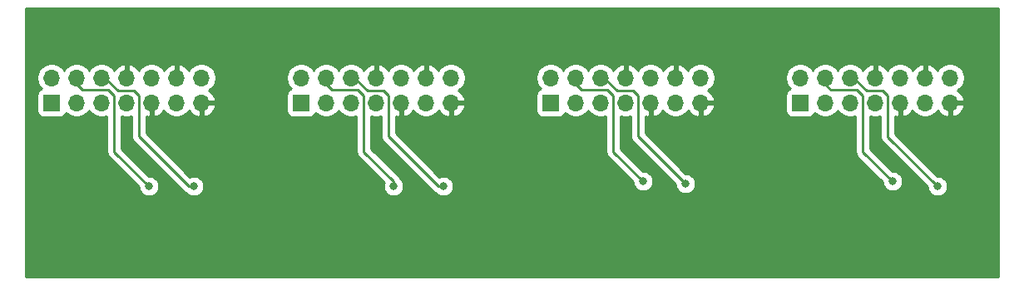
<source format=gbr>
G04 #@! TF.GenerationSoftware,KiCad,Pcbnew,(5.1.10)-1*
G04 #@! TF.CreationDate,2021-09-21T14:09:16-07:00*
G04 #@! TF.ProjectId,Adapter,41646170-7465-4722-9e6b-696361645f70,rev?*
G04 #@! TF.SameCoordinates,Original*
G04 #@! TF.FileFunction,Copper,L2,Bot*
G04 #@! TF.FilePolarity,Positive*
%FSLAX46Y46*%
G04 Gerber Fmt 4.6, Leading zero omitted, Abs format (unit mm)*
G04 Created by KiCad (PCBNEW (5.1.10)-1) date 2021-09-21 14:09:16*
%MOMM*%
%LPD*%
G01*
G04 APERTURE LIST*
G04 #@! TA.AperFunction,ComponentPad*
%ADD10R,1.700000X1.700000*%
G04 #@! TD*
G04 #@! TA.AperFunction,ComponentPad*
%ADD11O,1.700000X1.700000*%
G04 #@! TD*
G04 #@! TA.AperFunction,ViaPad*
%ADD12C,0.800000*%
G04 #@! TD*
G04 #@! TA.AperFunction,Conductor*
%ADD13C,0.250000*%
G04 #@! TD*
G04 #@! TA.AperFunction,Conductor*
%ADD14C,0.254000*%
G04 #@! TD*
G04 #@! TA.AperFunction,Conductor*
%ADD15C,0.100000*%
G04 #@! TD*
G04 APERTURE END LIST*
D10*
X137922000Y-74295000D03*
D11*
X137922000Y-71755000D03*
X140462000Y-74295000D03*
X140462000Y-71755000D03*
X143002000Y-74295000D03*
X143002000Y-71755000D03*
X145542000Y-74295000D03*
X145542000Y-71755000D03*
X148082000Y-74295000D03*
X148082000Y-71755000D03*
X150622000Y-74295000D03*
X150622000Y-71755000D03*
X153162000Y-74295000D03*
X153162000Y-71755000D03*
X76962000Y-71755000D03*
X76962000Y-74295000D03*
X74422000Y-71755000D03*
X74422000Y-74295000D03*
X71882000Y-71755000D03*
X71882000Y-74295000D03*
X69342000Y-71755000D03*
X69342000Y-74295000D03*
X66802000Y-71755000D03*
X66802000Y-74295000D03*
X64262000Y-71755000D03*
X64262000Y-74295000D03*
X61722000Y-71755000D03*
D10*
X61722000Y-74295000D03*
D11*
X102362000Y-71755000D03*
X102362000Y-74295000D03*
X99822000Y-71755000D03*
X99822000Y-74295000D03*
X97282000Y-71755000D03*
X97282000Y-74295000D03*
X94742000Y-71755000D03*
X94742000Y-74295000D03*
X92202000Y-71755000D03*
X92202000Y-74295000D03*
X89662000Y-71755000D03*
X89662000Y-74295000D03*
X87122000Y-71755000D03*
D10*
X87122000Y-74295000D03*
X112522000Y-74295000D03*
D11*
X112522000Y-71755000D03*
X115062000Y-74295000D03*
X115062000Y-71755000D03*
X117602000Y-74295000D03*
X117602000Y-71755000D03*
X120142000Y-74295000D03*
X120142000Y-71755000D03*
X122682000Y-74295000D03*
X122682000Y-71755000D03*
X125222000Y-74295000D03*
X125222000Y-71755000D03*
X127762000Y-74295000D03*
X127762000Y-71755000D03*
D12*
X148590000Y-68580000D03*
X123190000Y-68580000D03*
X97790000Y-68580000D03*
X72390000Y-68580000D03*
X66040000Y-69215000D03*
X101600000Y-82804000D03*
X126238000Y-82550000D03*
X151892000Y-82804000D03*
X76200000Y-82804000D03*
X121920000Y-82296000D03*
X147320000Y-82296000D03*
X71628000Y-82804000D03*
X96520000Y-82804000D03*
D13*
X93878435Y-73057138D02*
X92576297Y-71755000D01*
X95504000Y-73057138D02*
X93878435Y-73057138D01*
X101600000Y-82804000D02*
X101092000Y-82804000D01*
X101092000Y-82804000D02*
X96012000Y-77724000D01*
X96012000Y-77724000D02*
X96012000Y-73565138D01*
X96012000Y-73565138D02*
X95504000Y-73057138D01*
X119278435Y-73057138D02*
X120904000Y-73057138D01*
X121412000Y-77724000D02*
X126238000Y-82550000D01*
X120904000Y-73057138D02*
X121412000Y-73565138D01*
X117976297Y-71755000D02*
X119278435Y-73057138D01*
X121412000Y-73565138D02*
X121412000Y-77724000D01*
X146299854Y-73096226D02*
X144674289Y-73096226D01*
X146807854Y-73604226D02*
X146299854Y-73096226D01*
X146807854Y-77763088D02*
X146807854Y-73604226D01*
X151892000Y-82804000D02*
X151892000Y-82847234D01*
X144674289Y-73096226D02*
X143372151Y-71794088D01*
X151892000Y-82804000D02*
X151848766Y-82804000D01*
X151848766Y-82804000D02*
X146807854Y-77763088D01*
X67176297Y-71755000D02*
X66802000Y-71755000D01*
X68478435Y-73057138D02*
X67176297Y-71755000D01*
X70104000Y-73057138D02*
X68478435Y-73057138D01*
X70612000Y-77724000D02*
X70612000Y-73565138D01*
X70612000Y-73565138D02*
X70104000Y-73057138D01*
X76200000Y-82804000D02*
X75692000Y-82804000D01*
X75692000Y-82804000D02*
X70612000Y-77724000D01*
X121920000Y-82296000D02*
X118903583Y-79279583D01*
X115617804Y-72945804D02*
X115062000Y-72390000D01*
X118903583Y-79279583D02*
X118903583Y-73545460D01*
X118903583Y-73545460D02*
X118303927Y-72945804D01*
X118303927Y-72945804D02*
X115617804Y-72945804D01*
X141013658Y-72984892D02*
X140457854Y-72429088D01*
X143699781Y-72984892D02*
X141013658Y-72984892D01*
X147320000Y-82296000D02*
X147276766Y-82296000D01*
X147276766Y-82296000D02*
X144299437Y-79318671D01*
X144299437Y-79318671D02*
X144299437Y-73584548D01*
X144299437Y-73584548D02*
X143699781Y-72984892D01*
X64262000Y-72390000D02*
X64262000Y-71755000D01*
X64817804Y-72945804D02*
X64262000Y-72390000D01*
X71628000Y-82804000D02*
X68103583Y-79279583D01*
X67503927Y-72945804D02*
X64817804Y-72945804D01*
X68103583Y-79279583D02*
X68103583Y-73545460D01*
X68103583Y-73545460D02*
X67503927Y-72945804D01*
X90217804Y-72945804D02*
X89662000Y-72390000D01*
X92903927Y-72945804D02*
X90217804Y-72945804D01*
X96520000Y-82804000D02*
X96520000Y-82296000D01*
X96520000Y-82296000D02*
X93503583Y-79279583D01*
X93503583Y-73545460D02*
X92903927Y-72945804D01*
X93503583Y-79279583D02*
X93503583Y-73545460D01*
D14*
X158090000Y-91472418D02*
X158090001Y-91472428D01*
X158090001Y-92050000D01*
X59080000Y-92050000D01*
X59080000Y-73445000D01*
X60233928Y-73445000D01*
X60233928Y-75145000D01*
X60246188Y-75269482D01*
X60282498Y-75389180D01*
X60341463Y-75499494D01*
X60420815Y-75596185D01*
X60517506Y-75675537D01*
X60627820Y-75734502D01*
X60747518Y-75770812D01*
X60872000Y-75783072D01*
X62572000Y-75783072D01*
X62696482Y-75770812D01*
X62816180Y-75734502D01*
X62926494Y-75675537D01*
X63023185Y-75596185D01*
X63102537Y-75499494D01*
X63161502Y-75389180D01*
X63183513Y-75316620D01*
X63315368Y-75448475D01*
X63558589Y-75610990D01*
X63828842Y-75722932D01*
X64115740Y-75780000D01*
X64408260Y-75780000D01*
X64695158Y-75722932D01*
X64965411Y-75610990D01*
X65208632Y-75448475D01*
X65415475Y-75241632D01*
X65532000Y-75067240D01*
X65648525Y-75241632D01*
X65855368Y-75448475D01*
X66098589Y-75610990D01*
X66368842Y-75722932D01*
X66655740Y-75780000D01*
X66948260Y-75780000D01*
X67235158Y-75722932D01*
X67343584Y-75678021D01*
X67343583Y-79242260D01*
X67339907Y-79279583D01*
X67343583Y-79316905D01*
X67343583Y-79316915D01*
X67354580Y-79428568D01*
X67398037Y-79571829D01*
X67468609Y-79703859D01*
X67500687Y-79742946D01*
X67563582Y-79819584D01*
X67592586Y-79843387D01*
X70593000Y-82843802D01*
X70593000Y-82905939D01*
X70632774Y-83105898D01*
X70710795Y-83294256D01*
X70824063Y-83463774D01*
X70968226Y-83607937D01*
X71137744Y-83721205D01*
X71326102Y-83799226D01*
X71526061Y-83839000D01*
X71729939Y-83839000D01*
X71929898Y-83799226D01*
X72118256Y-83721205D01*
X72287774Y-83607937D01*
X72431937Y-83463774D01*
X72545205Y-83294256D01*
X72623226Y-83105898D01*
X72663000Y-82905939D01*
X72663000Y-82702061D01*
X72623226Y-82502102D01*
X72545205Y-82313744D01*
X72431937Y-82144226D01*
X72287774Y-82000063D01*
X72118256Y-81886795D01*
X71929898Y-81808774D01*
X71729939Y-81769000D01*
X71667802Y-81769000D01*
X68863583Y-78964782D01*
X68863583Y-75704185D01*
X68908842Y-75722932D01*
X69195740Y-75780000D01*
X69488260Y-75780000D01*
X69775158Y-75722932D01*
X69852000Y-75691103D01*
X69852000Y-77686677D01*
X69848324Y-77724000D01*
X69852000Y-77761322D01*
X69852000Y-77761332D01*
X69862997Y-77872985D01*
X69906454Y-78016246D01*
X69977026Y-78148276D01*
X70009104Y-78187363D01*
X70071999Y-78264001D01*
X70101003Y-78287804D01*
X75128201Y-83315003D01*
X75151999Y-83344001D01*
X75180997Y-83367799D01*
X75267723Y-83438974D01*
X75348608Y-83482208D01*
X75399753Y-83509546D01*
X75460158Y-83527869D01*
X75540226Y-83607937D01*
X75709744Y-83721205D01*
X75898102Y-83799226D01*
X76098061Y-83839000D01*
X76301939Y-83839000D01*
X76501898Y-83799226D01*
X76690256Y-83721205D01*
X76859774Y-83607937D01*
X77003937Y-83463774D01*
X77117205Y-83294256D01*
X77195226Y-83105898D01*
X77235000Y-82905939D01*
X77235000Y-82702061D01*
X77195226Y-82502102D01*
X77117205Y-82313744D01*
X77003937Y-82144226D01*
X76859774Y-82000063D01*
X76690256Y-81886795D01*
X76501898Y-81808774D01*
X76301939Y-81769000D01*
X76098061Y-81769000D01*
X75898102Y-81808774D01*
X75808635Y-81845833D01*
X71372000Y-77409199D01*
X71372000Y-75689014D01*
X71377901Y-75691825D01*
X71525110Y-75736476D01*
X71755000Y-75615155D01*
X71755000Y-74422000D01*
X71735000Y-74422000D01*
X71735000Y-74168000D01*
X71755000Y-74168000D01*
X71755000Y-74148000D01*
X72009000Y-74148000D01*
X72009000Y-74168000D01*
X72029000Y-74168000D01*
X72029000Y-74422000D01*
X72009000Y-74422000D01*
X72009000Y-75615155D01*
X72238890Y-75736476D01*
X72386099Y-75691825D01*
X72648920Y-75566641D01*
X72882269Y-75392588D01*
X73077178Y-75176355D01*
X73146805Y-75059466D01*
X73268525Y-75241632D01*
X73475368Y-75448475D01*
X73718589Y-75610990D01*
X73988842Y-75722932D01*
X74275740Y-75780000D01*
X74568260Y-75780000D01*
X74855158Y-75722932D01*
X75125411Y-75610990D01*
X75368632Y-75448475D01*
X75575475Y-75241632D01*
X75697195Y-75059466D01*
X75766822Y-75176355D01*
X75961731Y-75392588D01*
X76195080Y-75566641D01*
X76457901Y-75691825D01*
X76605110Y-75736476D01*
X76835000Y-75615155D01*
X76835000Y-74422000D01*
X77089000Y-74422000D01*
X77089000Y-75615155D01*
X77318890Y-75736476D01*
X77466099Y-75691825D01*
X77728920Y-75566641D01*
X77962269Y-75392588D01*
X78157178Y-75176355D01*
X78306157Y-74926252D01*
X78403481Y-74651891D01*
X78282814Y-74422000D01*
X77089000Y-74422000D01*
X76835000Y-74422000D01*
X76815000Y-74422000D01*
X76815000Y-74168000D01*
X76835000Y-74168000D01*
X76835000Y-74148000D01*
X77089000Y-74148000D01*
X77089000Y-74168000D01*
X78282814Y-74168000D01*
X78403481Y-73938109D01*
X78306157Y-73663748D01*
X78175856Y-73445000D01*
X85633928Y-73445000D01*
X85633928Y-75145000D01*
X85646188Y-75269482D01*
X85682498Y-75389180D01*
X85741463Y-75499494D01*
X85820815Y-75596185D01*
X85917506Y-75675537D01*
X86027820Y-75734502D01*
X86147518Y-75770812D01*
X86272000Y-75783072D01*
X87972000Y-75783072D01*
X88096482Y-75770812D01*
X88216180Y-75734502D01*
X88326494Y-75675537D01*
X88423185Y-75596185D01*
X88502537Y-75499494D01*
X88561502Y-75389180D01*
X88583513Y-75316620D01*
X88715368Y-75448475D01*
X88958589Y-75610990D01*
X89228842Y-75722932D01*
X89515740Y-75780000D01*
X89808260Y-75780000D01*
X90095158Y-75722932D01*
X90365411Y-75610990D01*
X90608632Y-75448475D01*
X90815475Y-75241632D01*
X90932000Y-75067240D01*
X91048525Y-75241632D01*
X91255368Y-75448475D01*
X91498589Y-75610990D01*
X91768842Y-75722932D01*
X92055740Y-75780000D01*
X92348260Y-75780000D01*
X92635158Y-75722932D01*
X92743584Y-75678021D01*
X92743583Y-79242260D01*
X92739907Y-79279583D01*
X92743583Y-79316905D01*
X92743583Y-79316915D01*
X92754580Y-79428568D01*
X92798037Y-79571829D01*
X92868609Y-79703859D01*
X92900687Y-79742946D01*
X92963582Y-79819584D01*
X92992586Y-79843387D01*
X95561833Y-82412635D01*
X95524774Y-82502102D01*
X95485000Y-82702061D01*
X95485000Y-82905939D01*
X95524774Y-83105898D01*
X95602795Y-83294256D01*
X95716063Y-83463774D01*
X95860226Y-83607937D01*
X96029744Y-83721205D01*
X96218102Y-83799226D01*
X96418061Y-83839000D01*
X96621939Y-83839000D01*
X96821898Y-83799226D01*
X97010256Y-83721205D01*
X97179774Y-83607937D01*
X97323937Y-83463774D01*
X97437205Y-83294256D01*
X97515226Y-83105898D01*
X97555000Y-82905939D01*
X97555000Y-82702061D01*
X97515226Y-82502102D01*
X97437205Y-82313744D01*
X97323937Y-82144226D01*
X97243869Y-82064158D01*
X97225546Y-82003753D01*
X97154974Y-81871724D01*
X97060001Y-81755999D01*
X97031003Y-81732201D01*
X94263583Y-78964782D01*
X94263583Y-75704185D01*
X94308842Y-75722932D01*
X94595740Y-75780000D01*
X94888260Y-75780000D01*
X95175158Y-75722932D01*
X95252000Y-75691103D01*
X95252000Y-77686677D01*
X95248324Y-77724000D01*
X95252000Y-77761322D01*
X95252000Y-77761332D01*
X95262997Y-77872985D01*
X95306454Y-78016246D01*
X95377026Y-78148276D01*
X95409104Y-78187363D01*
X95471999Y-78264001D01*
X95501003Y-78287804D01*
X100528201Y-83315003D01*
X100551999Y-83344001D01*
X100580997Y-83367799D01*
X100667723Y-83438974D01*
X100748608Y-83482208D01*
X100799753Y-83509546D01*
X100860158Y-83527869D01*
X100940226Y-83607937D01*
X101109744Y-83721205D01*
X101298102Y-83799226D01*
X101498061Y-83839000D01*
X101701939Y-83839000D01*
X101901898Y-83799226D01*
X102090256Y-83721205D01*
X102259774Y-83607937D01*
X102403937Y-83463774D01*
X102517205Y-83294256D01*
X102595226Y-83105898D01*
X102635000Y-82905939D01*
X102635000Y-82702061D01*
X102595226Y-82502102D01*
X102517205Y-82313744D01*
X102403937Y-82144226D01*
X102259774Y-82000063D01*
X102090256Y-81886795D01*
X101901898Y-81808774D01*
X101701939Y-81769000D01*
X101498061Y-81769000D01*
X101298102Y-81808774D01*
X101208635Y-81845833D01*
X96772000Y-77409199D01*
X96772000Y-75689014D01*
X96777901Y-75691825D01*
X96925110Y-75736476D01*
X97155000Y-75615155D01*
X97155000Y-74422000D01*
X97135000Y-74422000D01*
X97135000Y-74168000D01*
X97155000Y-74168000D01*
X97155000Y-74148000D01*
X97409000Y-74148000D01*
X97409000Y-74168000D01*
X97429000Y-74168000D01*
X97429000Y-74422000D01*
X97409000Y-74422000D01*
X97409000Y-75615155D01*
X97638890Y-75736476D01*
X97786099Y-75691825D01*
X98048920Y-75566641D01*
X98282269Y-75392588D01*
X98477178Y-75176355D01*
X98546805Y-75059466D01*
X98668525Y-75241632D01*
X98875368Y-75448475D01*
X99118589Y-75610990D01*
X99388842Y-75722932D01*
X99675740Y-75780000D01*
X99968260Y-75780000D01*
X100255158Y-75722932D01*
X100525411Y-75610990D01*
X100768632Y-75448475D01*
X100975475Y-75241632D01*
X101097195Y-75059466D01*
X101166822Y-75176355D01*
X101361731Y-75392588D01*
X101595080Y-75566641D01*
X101857901Y-75691825D01*
X102005110Y-75736476D01*
X102235000Y-75615155D01*
X102235000Y-74422000D01*
X102489000Y-74422000D01*
X102489000Y-75615155D01*
X102718890Y-75736476D01*
X102866099Y-75691825D01*
X103128920Y-75566641D01*
X103362269Y-75392588D01*
X103557178Y-75176355D01*
X103706157Y-74926252D01*
X103803481Y-74651891D01*
X103682814Y-74422000D01*
X102489000Y-74422000D01*
X102235000Y-74422000D01*
X102215000Y-74422000D01*
X102215000Y-74168000D01*
X102235000Y-74168000D01*
X102235000Y-74148000D01*
X102489000Y-74148000D01*
X102489000Y-74168000D01*
X103682814Y-74168000D01*
X103803481Y-73938109D01*
X103706157Y-73663748D01*
X103575856Y-73445000D01*
X111033928Y-73445000D01*
X111033928Y-75145000D01*
X111046188Y-75269482D01*
X111082498Y-75389180D01*
X111141463Y-75499494D01*
X111220815Y-75596185D01*
X111317506Y-75675537D01*
X111427820Y-75734502D01*
X111547518Y-75770812D01*
X111672000Y-75783072D01*
X113372000Y-75783072D01*
X113496482Y-75770812D01*
X113616180Y-75734502D01*
X113726494Y-75675537D01*
X113823185Y-75596185D01*
X113902537Y-75499494D01*
X113961502Y-75389180D01*
X113983513Y-75316620D01*
X114115368Y-75448475D01*
X114358589Y-75610990D01*
X114628842Y-75722932D01*
X114915740Y-75780000D01*
X115208260Y-75780000D01*
X115495158Y-75722932D01*
X115765411Y-75610990D01*
X116008632Y-75448475D01*
X116215475Y-75241632D01*
X116332000Y-75067240D01*
X116448525Y-75241632D01*
X116655368Y-75448475D01*
X116898589Y-75610990D01*
X117168842Y-75722932D01*
X117455740Y-75780000D01*
X117748260Y-75780000D01*
X118035158Y-75722932D01*
X118143584Y-75678021D01*
X118143583Y-79242260D01*
X118139907Y-79279583D01*
X118143583Y-79316905D01*
X118143583Y-79316915D01*
X118154580Y-79428568D01*
X118198037Y-79571829D01*
X118268609Y-79703859D01*
X118300687Y-79742946D01*
X118363582Y-79819584D01*
X118392586Y-79843387D01*
X120885000Y-82335802D01*
X120885000Y-82397939D01*
X120924774Y-82597898D01*
X121002795Y-82786256D01*
X121116063Y-82955774D01*
X121260226Y-83099937D01*
X121429744Y-83213205D01*
X121618102Y-83291226D01*
X121818061Y-83331000D01*
X122021939Y-83331000D01*
X122221898Y-83291226D01*
X122410256Y-83213205D01*
X122579774Y-83099937D01*
X122723937Y-82955774D01*
X122837205Y-82786256D01*
X122915226Y-82597898D01*
X122955000Y-82397939D01*
X122955000Y-82194061D01*
X122915226Y-81994102D01*
X122837205Y-81805744D01*
X122723937Y-81636226D01*
X122579774Y-81492063D01*
X122410256Y-81378795D01*
X122221898Y-81300774D01*
X122021939Y-81261000D01*
X121959802Y-81261000D01*
X119663583Y-78964782D01*
X119663583Y-75704185D01*
X119708842Y-75722932D01*
X119995740Y-75780000D01*
X120288260Y-75780000D01*
X120575158Y-75722932D01*
X120652001Y-75691103D01*
X120652001Y-77686668D01*
X120648324Y-77724000D01*
X120662998Y-77872985D01*
X120706454Y-78016246D01*
X120777026Y-78148276D01*
X120848201Y-78235002D01*
X120872000Y-78264001D01*
X120900998Y-78287799D01*
X125203000Y-82589802D01*
X125203000Y-82651939D01*
X125242774Y-82851898D01*
X125320795Y-83040256D01*
X125434063Y-83209774D01*
X125578226Y-83353937D01*
X125747744Y-83467205D01*
X125936102Y-83545226D01*
X126136061Y-83585000D01*
X126339939Y-83585000D01*
X126539898Y-83545226D01*
X126728256Y-83467205D01*
X126897774Y-83353937D01*
X127041937Y-83209774D01*
X127155205Y-83040256D01*
X127233226Y-82851898D01*
X127273000Y-82651939D01*
X127273000Y-82448061D01*
X127233226Y-82248102D01*
X127155205Y-82059744D01*
X127041937Y-81890226D01*
X126897774Y-81746063D01*
X126728256Y-81632795D01*
X126539898Y-81554774D01*
X126339939Y-81515000D01*
X126277802Y-81515000D01*
X122172000Y-77409199D01*
X122172000Y-75689014D01*
X122177901Y-75691825D01*
X122325110Y-75736476D01*
X122555000Y-75615155D01*
X122555000Y-74422000D01*
X122535000Y-74422000D01*
X122535000Y-74168000D01*
X122555000Y-74168000D01*
X122555000Y-74148000D01*
X122809000Y-74148000D01*
X122809000Y-74168000D01*
X122829000Y-74168000D01*
X122829000Y-74422000D01*
X122809000Y-74422000D01*
X122809000Y-75615155D01*
X123038890Y-75736476D01*
X123186099Y-75691825D01*
X123448920Y-75566641D01*
X123682269Y-75392588D01*
X123877178Y-75176355D01*
X123946805Y-75059466D01*
X124068525Y-75241632D01*
X124275368Y-75448475D01*
X124518589Y-75610990D01*
X124788842Y-75722932D01*
X125075740Y-75780000D01*
X125368260Y-75780000D01*
X125655158Y-75722932D01*
X125925411Y-75610990D01*
X126168632Y-75448475D01*
X126375475Y-75241632D01*
X126497195Y-75059466D01*
X126566822Y-75176355D01*
X126761731Y-75392588D01*
X126995080Y-75566641D01*
X127257901Y-75691825D01*
X127405110Y-75736476D01*
X127635000Y-75615155D01*
X127635000Y-74422000D01*
X127889000Y-74422000D01*
X127889000Y-75615155D01*
X128118890Y-75736476D01*
X128266099Y-75691825D01*
X128528920Y-75566641D01*
X128762269Y-75392588D01*
X128957178Y-75176355D01*
X129106157Y-74926252D01*
X129203481Y-74651891D01*
X129082814Y-74422000D01*
X127889000Y-74422000D01*
X127635000Y-74422000D01*
X127615000Y-74422000D01*
X127615000Y-74168000D01*
X127635000Y-74168000D01*
X127635000Y-74148000D01*
X127889000Y-74148000D01*
X127889000Y-74168000D01*
X129082814Y-74168000D01*
X129203481Y-73938109D01*
X129106157Y-73663748D01*
X128975856Y-73445000D01*
X136433928Y-73445000D01*
X136433928Y-75145000D01*
X136446188Y-75269482D01*
X136482498Y-75389180D01*
X136541463Y-75499494D01*
X136620815Y-75596185D01*
X136717506Y-75675537D01*
X136827820Y-75734502D01*
X136947518Y-75770812D01*
X137072000Y-75783072D01*
X138772000Y-75783072D01*
X138896482Y-75770812D01*
X139016180Y-75734502D01*
X139126494Y-75675537D01*
X139223185Y-75596185D01*
X139302537Y-75499494D01*
X139361502Y-75389180D01*
X139383513Y-75316620D01*
X139515368Y-75448475D01*
X139758589Y-75610990D01*
X140028842Y-75722932D01*
X140315740Y-75780000D01*
X140608260Y-75780000D01*
X140895158Y-75722932D01*
X141165411Y-75610990D01*
X141408632Y-75448475D01*
X141615475Y-75241632D01*
X141732000Y-75067240D01*
X141848525Y-75241632D01*
X142055368Y-75448475D01*
X142298589Y-75610990D01*
X142568842Y-75722932D01*
X142855740Y-75780000D01*
X143148260Y-75780000D01*
X143435158Y-75722932D01*
X143539438Y-75679738D01*
X143539437Y-79281348D01*
X143535761Y-79318671D01*
X143539437Y-79355993D01*
X143539437Y-79356003D01*
X143550434Y-79467656D01*
X143593891Y-79610917D01*
X143664463Y-79742947D01*
X143703559Y-79790585D01*
X143759436Y-79858672D01*
X143788440Y-79882475D01*
X146285000Y-82379036D01*
X146285000Y-82397939D01*
X146324774Y-82597898D01*
X146402795Y-82786256D01*
X146516063Y-82955774D01*
X146660226Y-83099937D01*
X146829744Y-83213205D01*
X147018102Y-83291226D01*
X147218061Y-83331000D01*
X147421939Y-83331000D01*
X147621898Y-83291226D01*
X147810256Y-83213205D01*
X147979774Y-83099937D01*
X148123937Y-82955774D01*
X148237205Y-82786256D01*
X148315226Y-82597898D01*
X148355000Y-82397939D01*
X148355000Y-82194061D01*
X148315226Y-81994102D01*
X148237205Y-81805744D01*
X148123937Y-81636226D01*
X147979774Y-81492063D01*
X147810256Y-81378795D01*
X147621898Y-81300774D01*
X147421939Y-81261000D01*
X147316568Y-81261000D01*
X145059437Y-79003870D01*
X145059437Y-75702468D01*
X145108842Y-75722932D01*
X145395740Y-75780000D01*
X145688260Y-75780000D01*
X145975158Y-75722932D01*
X146047854Y-75692820D01*
X146047854Y-77725765D01*
X146044178Y-77763088D01*
X146047854Y-77800410D01*
X146047854Y-77800420D01*
X146058851Y-77912073D01*
X146102308Y-78055334D01*
X146172880Y-78187364D01*
X146211976Y-78235002D01*
X146267853Y-78303089D01*
X146296857Y-78326892D01*
X150857000Y-82887036D01*
X150857000Y-82905939D01*
X150896774Y-83105898D01*
X150974795Y-83294256D01*
X151088063Y-83463774D01*
X151232226Y-83607937D01*
X151401744Y-83721205D01*
X151590102Y-83799226D01*
X151790061Y-83839000D01*
X151993939Y-83839000D01*
X152193898Y-83799226D01*
X152382256Y-83721205D01*
X152551774Y-83607937D01*
X152695937Y-83463774D01*
X152809205Y-83294256D01*
X152887226Y-83105898D01*
X152927000Y-82905939D01*
X152927000Y-82702061D01*
X152887226Y-82502102D01*
X152809205Y-82313744D01*
X152695937Y-82144226D01*
X152551774Y-82000063D01*
X152382256Y-81886795D01*
X152193898Y-81808774D01*
X151993939Y-81769000D01*
X151888568Y-81769000D01*
X147567854Y-77448287D01*
X147567854Y-75687040D01*
X147577901Y-75691825D01*
X147725110Y-75736476D01*
X147955000Y-75615155D01*
X147955000Y-74422000D01*
X147935000Y-74422000D01*
X147935000Y-74168000D01*
X147955000Y-74168000D01*
X147955000Y-74148000D01*
X148209000Y-74148000D01*
X148209000Y-74168000D01*
X148229000Y-74168000D01*
X148229000Y-74422000D01*
X148209000Y-74422000D01*
X148209000Y-75615155D01*
X148438890Y-75736476D01*
X148586099Y-75691825D01*
X148848920Y-75566641D01*
X149082269Y-75392588D01*
X149277178Y-75176355D01*
X149346805Y-75059466D01*
X149468525Y-75241632D01*
X149675368Y-75448475D01*
X149918589Y-75610990D01*
X150188842Y-75722932D01*
X150475740Y-75780000D01*
X150768260Y-75780000D01*
X151055158Y-75722932D01*
X151325411Y-75610990D01*
X151568632Y-75448475D01*
X151775475Y-75241632D01*
X151897195Y-75059466D01*
X151966822Y-75176355D01*
X152161731Y-75392588D01*
X152395080Y-75566641D01*
X152657901Y-75691825D01*
X152805110Y-75736476D01*
X153035000Y-75615155D01*
X153035000Y-74422000D01*
X153289000Y-74422000D01*
X153289000Y-75615155D01*
X153518890Y-75736476D01*
X153666099Y-75691825D01*
X153928920Y-75566641D01*
X154162269Y-75392588D01*
X154357178Y-75176355D01*
X154506157Y-74926252D01*
X154603481Y-74651891D01*
X154482814Y-74422000D01*
X153289000Y-74422000D01*
X153035000Y-74422000D01*
X153015000Y-74422000D01*
X153015000Y-74168000D01*
X153035000Y-74168000D01*
X153035000Y-74148000D01*
X153289000Y-74148000D01*
X153289000Y-74168000D01*
X154482814Y-74168000D01*
X154603481Y-73938109D01*
X154506157Y-73663748D01*
X154357178Y-73413645D01*
X154162269Y-73197412D01*
X153932594Y-73026100D01*
X154108632Y-72908475D01*
X154315475Y-72701632D01*
X154477990Y-72458411D01*
X154589932Y-72188158D01*
X154647000Y-71901260D01*
X154647000Y-71608740D01*
X154589932Y-71321842D01*
X154477990Y-71051589D01*
X154315475Y-70808368D01*
X154108632Y-70601525D01*
X153865411Y-70439010D01*
X153595158Y-70327068D01*
X153308260Y-70270000D01*
X153015740Y-70270000D01*
X152728842Y-70327068D01*
X152458589Y-70439010D01*
X152215368Y-70601525D01*
X152008525Y-70808368D01*
X151886805Y-70990534D01*
X151817178Y-70873645D01*
X151622269Y-70657412D01*
X151388920Y-70483359D01*
X151126099Y-70358175D01*
X150978890Y-70313524D01*
X150749000Y-70434845D01*
X150749000Y-71628000D01*
X150769000Y-71628000D01*
X150769000Y-71882000D01*
X150749000Y-71882000D01*
X150749000Y-71902000D01*
X150495000Y-71902000D01*
X150495000Y-71882000D01*
X150475000Y-71882000D01*
X150475000Y-71628000D01*
X150495000Y-71628000D01*
X150495000Y-70434845D01*
X150265110Y-70313524D01*
X150117901Y-70358175D01*
X149855080Y-70483359D01*
X149621731Y-70657412D01*
X149426822Y-70873645D01*
X149357195Y-70990534D01*
X149235475Y-70808368D01*
X149028632Y-70601525D01*
X148785411Y-70439010D01*
X148515158Y-70327068D01*
X148228260Y-70270000D01*
X147935740Y-70270000D01*
X147648842Y-70327068D01*
X147378589Y-70439010D01*
X147135368Y-70601525D01*
X146928525Y-70808368D01*
X146806805Y-70990534D01*
X146737178Y-70873645D01*
X146542269Y-70657412D01*
X146308920Y-70483359D01*
X146046099Y-70358175D01*
X145898890Y-70313524D01*
X145669000Y-70434845D01*
X145669000Y-71628000D01*
X145689000Y-71628000D01*
X145689000Y-71882000D01*
X145669000Y-71882000D01*
X145669000Y-71902000D01*
X145415000Y-71902000D01*
X145415000Y-71882000D01*
X145395000Y-71882000D01*
X145395000Y-71628000D01*
X145415000Y-71628000D01*
X145415000Y-70434845D01*
X145185110Y-70313524D01*
X145037901Y-70358175D01*
X144775080Y-70483359D01*
X144541731Y-70657412D01*
X144346822Y-70873645D01*
X144277195Y-70990534D01*
X144155475Y-70808368D01*
X143948632Y-70601525D01*
X143705411Y-70439010D01*
X143435158Y-70327068D01*
X143148260Y-70270000D01*
X142855740Y-70270000D01*
X142568842Y-70327068D01*
X142298589Y-70439010D01*
X142055368Y-70601525D01*
X141848525Y-70808368D01*
X141732000Y-70982760D01*
X141615475Y-70808368D01*
X141408632Y-70601525D01*
X141165411Y-70439010D01*
X140895158Y-70327068D01*
X140608260Y-70270000D01*
X140315740Y-70270000D01*
X140028842Y-70327068D01*
X139758589Y-70439010D01*
X139515368Y-70601525D01*
X139308525Y-70808368D01*
X139192000Y-70982760D01*
X139075475Y-70808368D01*
X138868632Y-70601525D01*
X138625411Y-70439010D01*
X138355158Y-70327068D01*
X138068260Y-70270000D01*
X137775740Y-70270000D01*
X137488842Y-70327068D01*
X137218589Y-70439010D01*
X136975368Y-70601525D01*
X136768525Y-70808368D01*
X136606010Y-71051589D01*
X136494068Y-71321842D01*
X136437000Y-71608740D01*
X136437000Y-71901260D01*
X136494068Y-72188158D01*
X136606010Y-72458411D01*
X136768525Y-72701632D01*
X136900380Y-72833487D01*
X136827820Y-72855498D01*
X136717506Y-72914463D01*
X136620815Y-72993815D01*
X136541463Y-73090506D01*
X136482498Y-73200820D01*
X136446188Y-73320518D01*
X136433928Y-73445000D01*
X128975856Y-73445000D01*
X128957178Y-73413645D01*
X128762269Y-73197412D01*
X128532594Y-73026100D01*
X128708632Y-72908475D01*
X128915475Y-72701632D01*
X129077990Y-72458411D01*
X129189932Y-72188158D01*
X129247000Y-71901260D01*
X129247000Y-71608740D01*
X129189932Y-71321842D01*
X129077990Y-71051589D01*
X128915475Y-70808368D01*
X128708632Y-70601525D01*
X128465411Y-70439010D01*
X128195158Y-70327068D01*
X127908260Y-70270000D01*
X127615740Y-70270000D01*
X127328842Y-70327068D01*
X127058589Y-70439010D01*
X126815368Y-70601525D01*
X126608525Y-70808368D01*
X126486805Y-70990534D01*
X126417178Y-70873645D01*
X126222269Y-70657412D01*
X125988920Y-70483359D01*
X125726099Y-70358175D01*
X125578890Y-70313524D01*
X125349000Y-70434845D01*
X125349000Y-71628000D01*
X125369000Y-71628000D01*
X125369000Y-71882000D01*
X125349000Y-71882000D01*
X125349000Y-71902000D01*
X125095000Y-71902000D01*
X125095000Y-71882000D01*
X125075000Y-71882000D01*
X125075000Y-71628000D01*
X125095000Y-71628000D01*
X125095000Y-70434845D01*
X124865110Y-70313524D01*
X124717901Y-70358175D01*
X124455080Y-70483359D01*
X124221731Y-70657412D01*
X124026822Y-70873645D01*
X123957195Y-70990534D01*
X123835475Y-70808368D01*
X123628632Y-70601525D01*
X123385411Y-70439010D01*
X123115158Y-70327068D01*
X122828260Y-70270000D01*
X122535740Y-70270000D01*
X122248842Y-70327068D01*
X121978589Y-70439010D01*
X121735368Y-70601525D01*
X121528525Y-70808368D01*
X121406805Y-70990534D01*
X121337178Y-70873645D01*
X121142269Y-70657412D01*
X120908920Y-70483359D01*
X120646099Y-70358175D01*
X120498890Y-70313524D01*
X120269000Y-70434845D01*
X120269000Y-71628000D01*
X120289000Y-71628000D01*
X120289000Y-71882000D01*
X120269000Y-71882000D01*
X120269000Y-71902000D01*
X120015000Y-71902000D01*
X120015000Y-71882000D01*
X119995000Y-71882000D01*
X119995000Y-71628000D01*
X120015000Y-71628000D01*
X120015000Y-70434845D01*
X119785110Y-70313524D01*
X119637901Y-70358175D01*
X119375080Y-70483359D01*
X119141731Y-70657412D01*
X118946822Y-70873645D01*
X118877195Y-70990534D01*
X118755475Y-70808368D01*
X118548632Y-70601525D01*
X118305411Y-70439010D01*
X118035158Y-70327068D01*
X117748260Y-70270000D01*
X117455740Y-70270000D01*
X117168842Y-70327068D01*
X116898589Y-70439010D01*
X116655368Y-70601525D01*
X116448525Y-70808368D01*
X116332000Y-70982760D01*
X116215475Y-70808368D01*
X116008632Y-70601525D01*
X115765411Y-70439010D01*
X115495158Y-70327068D01*
X115208260Y-70270000D01*
X114915740Y-70270000D01*
X114628842Y-70327068D01*
X114358589Y-70439010D01*
X114115368Y-70601525D01*
X113908525Y-70808368D01*
X113792000Y-70982760D01*
X113675475Y-70808368D01*
X113468632Y-70601525D01*
X113225411Y-70439010D01*
X112955158Y-70327068D01*
X112668260Y-70270000D01*
X112375740Y-70270000D01*
X112088842Y-70327068D01*
X111818589Y-70439010D01*
X111575368Y-70601525D01*
X111368525Y-70808368D01*
X111206010Y-71051589D01*
X111094068Y-71321842D01*
X111037000Y-71608740D01*
X111037000Y-71901260D01*
X111094068Y-72188158D01*
X111206010Y-72458411D01*
X111368525Y-72701632D01*
X111500380Y-72833487D01*
X111427820Y-72855498D01*
X111317506Y-72914463D01*
X111220815Y-72993815D01*
X111141463Y-73090506D01*
X111082498Y-73200820D01*
X111046188Y-73320518D01*
X111033928Y-73445000D01*
X103575856Y-73445000D01*
X103557178Y-73413645D01*
X103362269Y-73197412D01*
X103132594Y-73026100D01*
X103308632Y-72908475D01*
X103515475Y-72701632D01*
X103677990Y-72458411D01*
X103789932Y-72188158D01*
X103847000Y-71901260D01*
X103847000Y-71608740D01*
X103789932Y-71321842D01*
X103677990Y-71051589D01*
X103515475Y-70808368D01*
X103308632Y-70601525D01*
X103065411Y-70439010D01*
X102795158Y-70327068D01*
X102508260Y-70270000D01*
X102215740Y-70270000D01*
X101928842Y-70327068D01*
X101658589Y-70439010D01*
X101415368Y-70601525D01*
X101208525Y-70808368D01*
X101086805Y-70990534D01*
X101017178Y-70873645D01*
X100822269Y-70657412D01*
X100588920Y-70483359D01*
X100326099Y-70358175D01*
X100178890Y-70313524D01*
X99949000Y-70434845D01*
X99949000Y-71628000D01*
X99969000Y-71628000D01*
X99969000Y-71882000D01*
X99949000Y-71882000D01*
X99949000Y-71902000D01*
X99695000Y-71902000D01*
X99695000Y-71882000D01*
X99675000Y-71882000D01*
X99675000Y-71628000D01*
X99695000Y-71628000D01*
X99695000Y-70434845D01*
X99465110Y-70313524D01*
X99317901Y-70358175D01*
X99055080Y-70483359D01*
X98821731Y-70657412D01*
X98626822Y-70873645D01*
X98557195Y-70990534D01*
X98435475Y-70808368D01*
X98228632Y-70601525D01*
X97985411Y-70439010D01*
X97715158Y-70327068D01*
X97428260Y-70270000D01*
X97135740Y-70270000D01*
X96848842Y-70327068D01*
X96578589Y-70439010D01*
X96335368Y-70601525D01*
X96128525Y-70808368D01*
X96006805Y-70990534D01*
X95937178Y-70873645D01*
X95742269Y-70657412D01*
X95508920Y-70483359D01*
X95246099Y-70358175D01*
X95098890Y-70313524D01*
X94869000Y-70434845D01*
X94869000Y-71628000D01*
X94889000Y-71628000D01*
X94889000Y-71882000D01*
X94869000Y-71882000D01*
X94869000Y-71902000D01*
X94615000Y-71902000D01*
X94615000Y-71882000D01*
X94595000Y-71882000D01*
X94595000Y-71628000D01*
X94615000Y-71628000D01*
X94615000Y-70434845D01*
X94385110Y-70313524D01*
X94237901Y-70358175D01*
X93975080Y-70483359D01*
X93741731Y-70657412D01*
X93546822Y-70873645D01*
X93477195Y-70990534D01*
X93355475Y-70808368D01*
X93148632Y-70601525D01*
X92905411Y-70439010D01*
X92635158Y-70327068D01*
X92348260Y-70270000D01*
X92055740Y-70270000D01*
X91768842Y-70327068D01*
X91498589Y-70439010D01*
X91255368Y-70601525D01*
X91048525Y-70808368D01*
X90932000Y-70982760D01*
X90815475Y-70808368D01*
X90608632Y-70601525D01*
X90365411Y-70439010D01*
X90095158Y-70327068D01*
X89808260Y-70270000D01*
X89515740Y-70270000D01*
X89228842Y-70327068D01*
X88958589Y-70439010D01*
X88715368Y-70601525D01*
X88508525Y-70808368D01*
X88392000Y-70982760D01*
X88275475Y-70808368D01*
X88068632Y-70601525D01*
X87825411Y-70439010D01*
X87555158Y-70327068D01*
X87268260Y-70270000D01*
X86975740Y-70270000D01*
X86688842Y-70327068D01*
X86418589Y-70439010D01*
X86175368Y-70601525D01*
X85968525Y-70808368D01*
X85806010Y-71051589D01*
X85694068Y-71321842D01*
X85637000Y-71608740D01*
X85637000Y-71901260D01*
X85694068Y-72188158D01*
X85806010Y-72458411D01*
X85968525Y-72701632D01*
X86100380Y-72833487D01*
X86027820Y-72855498D01*
X85917506Y-72914463D01*
X85820815Y-72993815D01*
X85741463Y-73090506D01*
X85682498Y-73200820D01*
X85646188Y-73320518D01*
X85633928Y-73445000D01*
X78175856Y-73445000D01*
X78157178Y-73413645D01*
X77962269Y-73197412D01*
X77732594Y-73026100D01*
X77908632Y-72908475D01*
X78115475Y-72701632D01*
X78277990Y-72458411D01*
X78389932Y-72188158D01*
X78447000Y-71901260D01*
X78447000Y-71608740D01*
X78389932Y-71321842D01*
X78277990Y-71051589D01*
X78115475Y-70808368D01*
X77908632Y-70601525D01*
X77665411Y-70439010D01*
X77395158Y-70327068D01*
X77108260Y-70270000D01*
X76815740Y-70270000D01*
X76528842Y-70327068D01*
X76258589Y-70439010D01*
X76015368Y-70601525D01*
X75808525Y-70808368D01*
X75686805Y-70990534D01*
X75617178Y-70873645D01*
X75422269Y-70657412D01*
X75188920Y-70483359D01*
X74926099Y-70358175D01*
X74778890Y-70313524D01*
X74549000Y-70434845D01*
X74549000Y-71628000D01*
X74569000Y-71628000D01*
X74569000Y-71882000D01*
X74549000Y-71882000D01*
X74549000Y-71902000D01*
X74295000Y-71902000D01*
X74295000Y-71882000D01*
X74275000Y-71882000D01*
X74275000Y-71628000D01*
X74295000Y-71628000D01*
X74295000Y-70434845D01*
X74065110Y-70313524D01*
X73917901Y-70358175D01*
X73655080Y-70483359D01*
X73421731Y-70657412D01*
X73226822Y-70873645D01*
X73157195Y-70990534D01*
X73035475Y-70808368D01*
X72828632Y-70601525D01*
X72585411Y-70439010D01*
X72315158Y-70327068D01*
X72028260Y-70270000D01*
X71735740Y-70270000D01*
X71448842Y-70327068D01*
X71178589Y-70439010D01*
X70935368Y-70601525D01*
X70728525Y-70808368D01*
X70606805Y-70990534D01*
X70537178Y-70873645D01*
X70342269Y-70657412D01*
X70108920Y-70483359D01*
X69846099Y-70358175D01*
X69698890Y-70313524D01*
X69469000Y-70434845D01*
X69469000Y-71628000D01*
X69489000Y-71628000D01*
X69489000Y-71882000D01*
X69469000Y-71882000D01*
X69469000Y-71902000D01*
X69215000Y-71902000D01*
X69215000Y-71882000D01*
X69195000Y-71882000D01*
X69195000Y-71628000D01*
X69215000Y-71628000D01*
X69215000Y-70434845D01*
X68985110Y-70313524D01*
X68837901Y-70358175D01*
X68575080Y-70483359D01*
X68341731Y-70657412D01*
X68146822Y-70873645D01*
X68077195Y-70990534D01*
X67955475Y-70808368D01*
X67748632Y-70601525D01*
X67505411Y-70439010D01*
X67235158Y-70327068D01*
X66948260Y-70270000D01*
X66655740Y-70270000D01*
X66368842Y-70327068D01*
X66098589Y-70439010D01*
X65855368Y-70601525D01*
X65648525Y-70808368D01*
X65532000Y-70982760D01*
X65415475Y-70808368D01*
X65208632Y-70601525D01*
X64965411Y-70439010D01*
X64695158Y-70327068D01*
X64408260Y-70270000D01*
X64115740Y-70270000D01*
X63828842Y-70327068D01*
X63558589Y-70439010D01*
X63315368Y-70601525D01*
X63108525Y-70808368D01*
X62992000Y-70982760D01*
X62875475Y-70808368D01*
X62668632Y-70601525D01*
X62425411Y-70439010D01*
X62155158Y-70327068D01*
X61868260Y-70270000D01*
X61575740Y-70270000D01*
X61288842Y-70327068D01*
X61018589Y-70439010D01*
X60775368Y-70601525D01*
X60568525Y-70808368D01*
X60406010Y-71051589D01*
X60294068Y-71321842D01*
X60237000Y-71608740D01*
X60237000Y-71901260D01*
X60294068Y-72188158D01*
X60406010Y-72458411D01*
X60568525Y-72701632D01*
X60700380Y-72833487D01*
X60627820Y-72855498D01*
X60517506Y-72914463D01*
X60420815Y-72993815D01*
X60341463Y-73090506D01*
X60282498Y-73200820D01*
X60246188Y-73320518D01*
X60233928Y-73445000D01*
X59080000Y-73445000D01*
X59080000Y-64668000D01*
X158090001Y-64668000D01*
X158090000Y-91472418D01*
G04 #@! TA.AperFunction,Conductor*
D15*
G36*
X158090000Y-91472418D02*
G01*
X158090001Y-91472428D01*
X158090001Y-92050000D01*
X59080000Y-92050000D01*
X59080000Y-73445000D01*
X60233928Y-73445000D01*
X60233928Y-75145000D01*
X60246188Y-75269482D01*
X60282498Y-75389180D01*
X60341463Y-75499494D01*
X60420815Y-75596185D01*
X60517506Y-75675537D01*
X60627820Y-75734502D01*
X60747518Y-75770812D01*
X60872000Y-75783072D01*
X62572000Y-75783072D01*
X62696482Y-75770812D01*
X62816180Y-75734502D01*
X62926494Y-75675537D01*
X63023185Y-75596185D01*
X63102537Y-75499494D01*
X63161502Y-75389180D01*
X63183513Y-75316620D01*
X63315368Y-75448475D01*
X63558589Y-75610990D01*
X63828842Y-75722932D01*
X64115740Y-75780000D01*
X64408260Y-75780000D01*
X64695158Y-75722932D01*
X64965411Y-75610990D01*
X65208632Y-75448475D01*
X65415475Y-75241632D01*
X65532000Y-75067240D01*
X65648525Y-75241632D01*
X65855368Y-75448475D01*
X66098589Y-75610990D01*
X66368842Y-75722932D01*
X66655740Y-75780000D01*
X66948260Y-75780000D01*
X67235158Y-75722932D01*
X67343584Y-75678021D01*
X67343583Y-79242260D01*
X67339907Y-79279583D01*
X67343583Y-79316905D01*
X67343583Y-79316915D01*
X67354580Y-79428568D01*
X67398037Y-79571829D01*
X67468609Y-79703859D01*
X67500687Y-79742946D01*
X67563582Y-79819584D01*
X67592586Y-79843387D01*
X70593000Y-82843802D01*
X70593000Y-82905939D01*
X70632774Y-83105898D01*
X70710795Y-83294256D01*
X70824063Y-83463774D01*
X70968226Y-83607937D01*
X71137744Y-83721205D01*
X71326102Y-83799226D01*
X71526061Y-83839000D01*
X71729939Y-83839000D01*
X71929898Y-83799226D01*
X72118256Y-83721205D01*
X72287774Y-83607937D01*
X72431937Y-83463774D01*
X72545205Y-83294256D01*
X72623226Y-83105898D01*
X72663000Y-82905939D01*
X72663000Y-82702061D01*
X72623226Y-82502102D01*
X72545205Y-82313744D01*
X72431937Y-82144226D01*
X72287774Y-82000063D01*
X72118256Y-81886795D01*
X71929898Y-81808774D01*
X71729939Y-81769000D01*
X71667802Y-81769000D01*
X68863583Y-78964782D01*
X68863583Y-75704185D01*
X68908842Y-75722932D01*
X69195740Y-75780000D01*
X69488260Y-75780000D01*
X69775158Y-75722932D01*
X69852000Y-75691103D01*
X69852000Y-77686677D01*
X69848324Y-77724000D01*
X69852000Y-77761322D01*
X69852000Y-77761332D01*
X69862997Y-77872985D01*
X69906454Y-78016246D01*
X69977026Y-78148276D01*
X70009104Y-78187363D01*
X70071999Y-78264001D01*
X70101003Y-78287804D01*
X75128201Y-83315003D01*
X75151999Y-83344001D01*
X75180997Y-83367799D01*
X75267723Y-83438974D01*
X75348608Y-83482208D01*
X75399753Y-83509546D01*
X75460158Y-83527869D01*
X75540226Y-83607937D01*
X75709744Y-83721205D01*
X75898102Y-83799226D01*
X76098061Y-83839000D01*
X76301939Y-83839000D01*
X76501898Y-83799226D01*
X76690256Y-83721205D01*
X76859774Y-83607937D01*
X77003937Y-83463774D01*
X77117205Y-83294256D01*
X77195226Y-83105898D01*
X77235000Y-82905939D01*
X77235000Y-82702061D01*
X77195226Y-82502102D01*
X77117205Y-82313744D01*
X77003937Y-82144226D01*
X76859774Y-82000063D01*
X76690256Y-81886795D01*
X76501898Y-81808774D01*
X76301939Y-81769000D01*
X76098061Y-81769000D01*
X75898102Y-81808774D01*
X75808635Y-81845833D01*
X71372000Y-77409199D01*
X71372000Y-75689014D01*
X71377901Y-75691825D01*
X71525110Y-75736476D01*
X71755000Y-75615155D01*
X71755000Y-74422000D01*
X71735000Y-74422000D01*
X71735000Y-74168000D01*
X71755000Y-74168000D01*
X71755000Y-74148000D01*
X72009000Y-74148000D01*
X72009000Y-74168000D01*
X72029000Y-74168000D01*
X72029000Y-74422000D01*
X72009000Y-74422000D01*
X72009000Y-75615155D01*
X72238890Y-75736476D01*
X72386099Y-75691825D01*
X72648920Y-75566641D01*
X72882269Y-75392588D01*
X73077178Y-75176355D01*
X73146805Y-75059466D01*
X73268525Y-75241632D01*
X73475368Y-75448475D01*
X73718589Y-75610990D01*
X73988842Y-75722932D01*
X74275740Y-75780000D01*
X74568260Y-75780000D01*
X74855158Y-75722932D01*
X75125411Y-75610990D01*
X75368632Y-75448475D01*
X75575475Y-75241632D01*
X75697195Y-75059466D01*
X75766822Y-75176355D01*
X75961731Y-75392588D01*
X76195080Y-75566641D01*
X76457901Y-75691825D01*
X76605110Y-75736476D01*
X76835000Y-75615155D01*
X76835000Y-74422000D01*
X77089000Y-74422000D01*
X77089000Y-75615155D01*
X77318890Y-75736476D01*
X77466099Y-75691825D01*
X77728920Y-75566641D01*
X77962269Y-75392588D01*
X78157178Y-75176355D01*
X78306157Y-74926252D01*
X78403481Y-74651891D01*
X78282814Y-74422000D01*
X77089000Y-74422000D01*
X76835000Y-74422000D01*
X76815000Y-74422000D01*
X76815000Y-74168000D01*
X76835000Y-74168000D01*
X76835000Y-74148000D01*
X77089000Y-74148000D01*
X77089000Y-74168000D01*
X78282814Y-74168000D01*
X78403481Y-73938109D01*
X78306157Y-73663748D01*
X78175856Y-73445000D01*
X85633928Y-73445000D01*
X85633928Y-75145000D01*
X85646188Y-75269482D01*
X85682498Y-75389180D01*
X85741463Y-75499494D01*
X85820815Y-75596185D01*
X85917506Y-75675537D01*
X86027820Y-75734502D01*
X86147518Y-75770812D01*
X86272000Y-75783072D01*
X87972000Y-75783072D01*
X88096482Y-75770812D01*
X88216180Y-75734502D01*
X88326494Y-75675537D01*
X88423185Y-75596185D01*
X88502537Y-75499494D01*
X88561502Y-75389180D01*
X88583513Y-75316620D01*
X88715368Y-75448475D01*
X88958589Y-75610990D01*
X89228842Y-75722932D01*
X89515740Y-75780000D01*
X89808260Y-75780000D01*
X90095158Y-75722932D01*
X90365411Y-75610990D01*
X90608632Y-75448475D01*
X90815475Y-75241632D01*
X90932000Y-75067240D01*
X91048525Y-75241632D01*
X91255368Y-75448475D01*
X91498589Y-75610990D01*
X91768842Y-75722932D01*
X92055740Y-75780000D01*
X92348260Y-75780000D01*
X92635158Y-75722932D01*
X92743584Y-75678021D01*
X92743583Y-79242260D01*
X92739907Y-79279583D01*
X92743583Y-79316905D01*
X92743583Y-79316915D01*
X92754580Y-79428568D01*
X92798037Y-79571829D01*
X92868609Y-79703859D01*
X92900687Y-79742946D01*
X92963582Y-79819584D01*
X92992586Y-79843387D01*
X95561833Y-82412635D01*
X95524774Y-82502102D01*
X95485000Y-82702061D01*
X95485000Y-82905939D01*
X95524774Y-83105898D01*
X95602795Y-83294256D01*
X95716063Y-83463774D01*
X95860226Y-83607937D01*
X96029744Y-83721205D01*
X96218102Y-83799226D01*
X96418061Y-83839000D01*
X96621939Y-83839000D01*
X96821898Y-83799226D01*
X97010256Y-83721205D01*
X97179774Y-83607937D01*
X97323937Y-83463774D01*
X97437205Y-83294256D01*
X97515226Y-83105898D01*
X97555000Y-82905939D01*
X97555000Y-82702061D01*
X97515226Y-82502102D01*
X97437205Y-82313744D01*
X97323937Y-82144226D01*
X97243869Y-82064158D01*
X97225546Y-82003753D01*
X97154974Y-81871724D01*
X97060001Y-81755999D01*
X97031003Y-81732201D01*
X94263583Y-78964782D01*
X94263583Y-75704185D01*
X94308842Y-75722932D01*
X94595740Y-75780000D01*
X94888260Y-75780000D01*
X95175158Y-75722932D01*
X95252000Y-75691103D01*
X95252000Y-77686677D01*
X95248324Y-77724000D01*
X95252000Y-77761322D01*
X95252000Y-77761332D01*
X95262997Y-77872985D01*
X95306454Y-78016246D01*
X95377026Y-78148276D01*
X95409104Y-78187363D01*
X95471999Y-78264001D01*
X95501003Y-78287804D01*
X100528201Y-83315003D01*
X100551999Y-83344001D01*
X100580997Y-83367799D01*
X100667723Y-83438974D01*
X100748608Y-83482208D01*
X100799753Y-83509546D01*
X100860158Y-83527869D01*
X100940226Y-83607937D01*
X101109744Y-83721205D01*
X101298102Y-83799226D01*
X101498061Y-83839000D01*
X101701939Y-83839000D01*
X101901898Y-83799226D01*
X102090256Y-83721205D01*
X102259774Y-83607937D01*
X102403937Y-83463774D01*
X102517205Y-83294256D01*
X102595226Y-83105898D01*
X102635000Y-82905939D01*
X102635000Y-82702061D01*
X102595226Y-82502102D01*
X102517205Y-82313744D01*
X102403937Y-82144226D01*
X102259774Y-82000063D01*
X102090256Y-81886795D01*
X101901898Y-81808774D01*
X101701939Y-81769000D01*
X101498061Y-81769000D01*
X101298102Y-81808774D01*
X101208635Y-81845833D01*
X96772000Y-77409199D01*
X96772000Y-75689014D01*
X96777901Y-75691825D01*
X96925110Y-75736476D01*
X97155000Y-75615155D01*
X97155000Y-74422000D01*
X97135000Y-74422000D01*
X97135000Y-74168000D01*
X97155000Y-74168000D01*
X97155000Y-74148000D01*
X97409000Y-74148000D01*
X97409000Y-74168000D01*
X97429000Y-74168000D01*
X97429000Y-74422000D01*
X97409000Y-74422000D01*
X97409000Y-75615155D01*
X97638890Y-75736476D01*
X97786099Y-75691825D01*
X98048920Y-75566641D01*
X98282269Y-75392588D01*
X98477178Y-75176355D01*
X98546805Y-75059466D01*
X98668525Y-75241632D01*
X98875368Y-75448475D01*
X99118589Y-75610990D01*
X99388842Y-75722932D01*
X99675740Y-75780000D01*
X99968260Y-75780000D01*
X100255158Y-75722932D01*
X100525411Y-75610990D01*
X100768632Y-75448475D01*
X100975475Y-75241632D01*
X101097195Y-75059466D01*
X101166822Y-75176355D01*
X101361731Y-75392588D01*
X101595080Y-75566641D01*
X101857901Y-75691825D01*
X102005110Y-75736476D01*
X102235000Y-75615155D01*
X102235000Y-74422000D01*
X102489000Y-74422000D01*
X102489000Y-75615155D01*
X102718890Y-75736476D01*
X102866099Y-75691825D01*
X103128920Y-75566641D01*
X103362269Y-75392588D01*
X103557178Y-75176355D01*
X103706157Y-74926252D01*
X103803481Y-74651891D01*
X103682814Y-74422000D01*
X102489000Y-74422000D01*
X102235000Y-74422000D01*
X102215000Y-74422000D01*
X102215000Y-74168000D01*
X102235000Y-74168000D01*
X102235000Y-74148000D01*
X102489000Y-74148000D01*
X102489000Y-74168000D01*
X103682814Y-74168000D01*
X103803481Y-73938109D01*
X103706157Y-73663748D01*
X103575856Y-73445000D01*
X111033928Y-73445000D01*
X111033928Y-75145000D01*
X111046188Y-75269482D01*
X111082498Y-75389180D01*
X111141463Y-75499494D01*
X111220815Y-75596185D01*
X111317506Y-75675537D01*
X111427820Y-75734502D01*
X111547518Y-75770812D01*
X111672000Y-75783072D01*
X113372000Y-75783072D01*
X113496482Y-75770812D01*
X113616180Y-75734502D01*
X113726494Y-75675537D01*
X113823185Y-75596185D01*
X113902537Y-75499494D01*
X113961502Y-75389180D01*
X113983513Y-75316620D01*
X114115368Y-75448475D01*
X114358589Y-75610990D01*
X114628842Y-75722932D01*
X114915740Y-75780000D01*
X115208260Y-75780000D01*
X115495158Y-75722932D01*
X115765411Y-75610990D01*
X116008632Y-75448475D01*
X116215475Y-75241632D01*
X116332000Y-75067240D01*
X116448525Y-75241632D01*
X116655368Y-75448475D01*
X116898589Y-75610990D01*
X117168842Y-75722932D01*
X117455740Y-75780000D01*
X117748260Y-75780000D01*
X118035158Y-75722932D01*
X118143584Y-75678021D01*
X118143583Y-79242260D01*
X118139907Y-79279583D01*
X118143583Y-79316905D01*
X118143583Y-79316915D01*
X118154580Y-79428568D01*
X118198037Y-79571829D01*
X118268609Y-79703859D01*
X118300687Y-79742946D01*
X118363582Y-79819584D01*
X118392586Y-79843387D01*
X120885000Y-82335802D01*
X120885000Y-82397939D01*
X120924774Y-82597898D01*
X121002795Y-82786256D01*
X121116063Y-82955774D01*
X121260226Y-83099937D01*
X121429744Y-83213205D01*
X121618102Y-83291226D01*
X121818061Y-83331000D01*
X122021939Y-83331000D01*
X122221898Y-83291226D01*
X122410256Y-83213205D01*
X122579774Y-83099937D01*
X122723937Y-82955774D01*
X122837205Y-82786256D01*
X122915226Y-82597898D01*
X122955000Y-82397939D01*
X122955000Y-82194061D01*
X122915226Y-81994102D01*
X122837205Y-81805744D01*
X122723937Y-81636226D01*
X122579774Y-81492063D01*
X122410256Y-81378795D01*
X122221898Y-81300774D01*
X122021939Y-81261000D01*
X121959802Y-81261000D01*
X119663583Y-78964782D01*
X119663583Y-75704185D01*
X119708842Y-75722932D01*
X119995740Y-75780000D01*
X120288260Y-75780000D01*
X120575158Y-75722932D01*
X120652001Y-75691103D01*
X120652001Y-77686668D01*
X120648324Y-77724000D01*
X120662998Y-77872985D01*
X120706454Y-78016246D01*
X120777026Y-78148276D01*
X120848201Y-78235002D01*
X120872000Y-78264001D01*
X120900998Y-78287799D01*
X125203000Y-82589802D01*
X125203000Y-82651939D01*
X125242774Y-82851898D01*
X125320795Y-83040256D01*
X125434063Y-83209774D01*
X125578226Y-83353937D01*
X125747744Y-83467205D01*
X125936102Y-83545226D01*
X126136061Y-83585000D01*
X126339939Y-83585000D01*
X126539898Y-83545226D01*
X126728256Y-83467205D01*
X126897774Y-83353937D01*
X127041937Y-83209774D01*
X127155205Y-83040256D01*
X127233226Y-82851898D01*
X127273000Y-82651939D01*
X127273000Y-82448061D01*
X127233226Y-82248102D01*
X127155205Y-82059744D01*
X127041937Y-81890226D01*
X126897774Y-81746063D01*
X126728256Y-81632795D01*
X126539898Y-81554774D01*
X126339939Y-81515000D01*
X126277802Y-81515000D01*
X122172000Y-77409199D01*
X122172000Y-75689014D01*
X122177901Y-75691825D01*
X122325110Y-75736476D01*
X122555000Y-75615155D01*
X122555000Y-74422000D01*
X122535000Y-74422000D01*
X122535000Y-74168000D01*
X122555000Y-74168000D01*
X122555000Y-74148000D01*
X122809000Y-74148000D01*
X122809000Y-74168000D01*
X122829000Y-74168000D01*
X122829000Y-74422000D01*
X122809000Y-74422000D01*
X122809000Y-75615155D01*
X123038890Y-75736476D01*
X123186099Y-75691825D01*
X123448920Y-75566641D01*
X123682269Y-75392588D01*
X123877178Y-75176355D01*
X123946805Y-75059466D01*
X124068525Y-75241632D01*
X124275368Y-75448475D01*
X124518589Y-75610990D01*
X124788842Y-75722932D01*
X125075740Y-75780000D01*
X125368260Y-75780000D01*
X125655158Y-75722932D01*
X125925411Y-75610990D01*
X126168632Y-75448475D01*
X126375475Y-75241632D01*
X126497195Y-75059466D01*
X126566822Y-75176355D01*
X126761731Y-75392588D01*
X126995080Y-75566641D01*
X127257901Y-75691825D01*
X127405110Y-75736476D01*
X127635000Y-75615155D01*
X127635000Y-74422000D01*
X127889000Y-74422000D01*
X127889000Y-75615155D01*
X128118890Y-75736476D01*
X128266099Y-75691825D01*
X128528920Y-75566641D01*
X128762269Y-75392588D01*
X128957178Y-75176355D01*
X129106157Y-74926252D01*
X129203481Y-74651891D01*
X129082814Y-74422000D01*
X127889000Y-74422000D01*
X127635000Y-74422000D01*
X127615000Y-74422000D01*
X127615000Y-74168000D01*
X127635000Y-74168000D01*
X127635000Y-74148000D01*
X127889000Y-74148000D01*
X127889000Y-74168000D01*
X129082814Y-74168000D01*
X129203481Y-73938109D01*
X129106157Y-73663748D01*
X128975856Y-73445000D01*
X136433928Y-73445000D01*
X136433928Y-75145000D01*
X136446188Y-75269482D01*
X136482498Y-75389180D01*
X136541463Y-75499494D01*
X136620815Y-75596185D01*
X136717506Y-75675537D01*
X136827820Y-75734502D01*
X136947518Y-75770812D01*
X137072000Y-75783072D01*
X138772000Y-75783072D01*
X138896482Y-75770812D01*
X139016180Y-75734502D01*
X139126494Y-75675537D01*
X139223185Y-75596185D01*
X139302537Y-75499494D01*
X139361502Y-75389180D01*
X139383513Y-75316620D01*
X139515368Y-75448475D01*
X139758589Y-75610990D01*
X140028842Y-75722932D01*
X140315740Y-75780000D01*
X140608260Y-75780000D01*
X140895158Y-75722932D01*
X141165411Y-75610990D01*
X141408632Y-75448475D01*
X141615475Y-75241632D01*
X141732000Y-75067240D01*
X141848525Y-75241632D01*
X142055368Y-75448475D01*
X142298589Y-75610990D01*
X142568842Y-75722932D01*
X142855740Y-75780000D01*
X143148260Y-75780000D01*
X143435158Y-75722932D01*
X143539438Y-75679738D01*
X143539437Y-79281348D01*
X143535761Y-79318671D01*
X143539437Y-79355993D01*
X143539437Y-79356003D01*
X143550434Y-79467656D01*
X143593891Y-79610917D01*
X143664463Y-79742947D01*
X143703559Y-79790585D01*
X143759436Y-79858672D01*
X143788440Y-79882475D01*
X146285000Y-82379036D01*
X146285000Y-82397939D01*
X146324774Y-82597898D01*
X146402795Y-82786256D01*
X146516063Y-82955774D01*
X146660226Y-83099937D01*
X146829744Y-83213205D01*
X147018102Y-83291226D01*
X147218061Y-83331000D01*
X147421939Y-83331000D01*
X147621898Y-83291226D01*
X147810256Y-83213205D01*
X147979774Y-83099937D01*
X148123937Y-82955774D01*
X148237205Y-82786256D01*
X148315226Y-82597898D01*
X148355000Y-82397939D01*
X148355000Y-82194061D01*
X148315226Y-81994102D01*
X148237205Y-81805744D01*
X148123937Y-81636226D01*
X147979774Y-81492063D01*
X147810256Y-81378795D01*
X147621898Y-81300774D01*
X147421939Y-81261000D01*
X147316568Y-81261000D01*
X145059437Y-79003870D01*
X145059437Y-75702468D01*
X145108842Y-75722932D01*
X145395740Y-75780000D01*
X145688260Y-75780000D01*
X145975158Y-75722932D01*
X146047854Y-75692820D01*
X146047854Y-77725765D01*
X146044178Y-77763088D01*
X146047854Y-77800410D01*
X146047854Y-77800420D01*
X146058851Y-77912073D01*
X146102308Y-78055334D01*
X146172880Y-78187364D01*
X146211976Y-78235002D01*
X146267853Y-78303089D01*
X146296857Y-78326892D01*
X150857000Y-82887036D01*
X150857000Y-82905939D01*
X150896774Y-83105898D01*
X150974795Y-83294256D01*
X151088063Y-83463774D01*
X151232226Y-83607937D01*
X151401744Y-83721205D01*
X151590102Y-83799226D01*
X151790061Y-83839000D01*
X151993939Y-83839000D01*
X152193898Y-83799226D01*
X152382256Y-83721205D01*
X152551774Y-83607937D01*
X152695937Y-83463774D01*
X152809205Y-83294256D01*
X152887226Y-83105898D01*
X152927000Y-82905939D01*
X152927000Y-82702061D01*
X152887226Y-82502102D01*
X152809205Y-82313744D01*
X152695937Y-82144226D01*
X152551774Y-82000063D01*
X152382256Y-81886795D01*
X152193898Y-81808774D01*
X151993939Y-81769000D01*
X151888568Y-81769000D01*
X147567854Y-77448287D01*
X147567854Y-75687040D01*
X147577901Y-75691825D01*
X147725110Y-75736476D01*
X147955000Y-75615155D01*
X147955000Y-74422000D01*
X147935000Y-74422000D01*
X147935000Y-74168000D01*
X147955000Y-74168000D01*
X147955000Y-74148000D01*
X148209000Y-74148000D01*
X148209000Y-74168000D01*
X148229000Y-74168000D01*
X148229000Y-74422000D01*
X148209000Y-74422000D01*
X148209000Y-75615155D01*
X148438890Y-75736476D01*
X148586099Y-75691825D01*
X148848920Y-75566641D01*
X149082269Y-75392588D01*
X149277178Y-75176355D01*
X149346805Y-75059466D01*
X149468525Y-75241632D01*
X149675368Y-75448475D01*
X149918589Y-75610990D01*
X150188842Y-75722932D01*
X150475740Y-75780000D01*
X150768260Y-75780000D01*
X151055158Y-75722932D01*
X151325411Y-75610990D01*
X151568632Y-75448475D01*
X151775475Y-75241632D01*
X151897195Y-75059466D01*
X151966822Y-75176355D01*
X152161731Y-75392588D01*
X152395080Y-75566641D01*
X152657901Y-75691825D01*
X152805110Y-75736476D01*
X153035000Y-75615155D01*
X153035000Y-74422000D01*
X153289000Y-74422000D01*
X153289000Y-75615155D01*
X153518890Y-75736476D01*
X153666099Y-75691825D01*
X153928920Y-75566641D01*
X154162269Y-75392588D01*
X154357178Y-75176355D01*
X154506157Y-74926252D01*
X154603481Y-74651891D01*
X154482814Y-74422000D01*
X153289000Y-74422000D01*
X153035000Y-74422000D01*
X153015000Y-74422000D01*
X153015000Y-74168000D01*
X153035000Y-74168000D01*
X153035000Y-74148000D01*
X153289000Y-74148000D01*
X153289000Y-74168000D01*
X154482814Y-74168000D01*
X154603481Y-73938109D01*
X154506157Y-73663748D01*
X154357178Y-73413645D01*
X154162269Y-73197412D01*
X153932594Y-73026100D01*
X154108632Y-72908475D01*
X154315475Y-72701632D01*
X154477990Y-72458411D01*
X154589932Y-72188158D01*
X154647000Y-71901260D01*
X154647000Y-71608740D01*
X154589932Y-71321842D01*
X154477990Y-71051589D01*
X154315475Y-70808368D01*
X154108632Y-70601525D01*
X153865411Y-70439010D01*
X153595158Y-70327068D01*
X153308260Y-70270000D01*
X153015740Y-70270000D01*
X152728842Y-70327068D01*
X152458589Y-70439010D01*
X152215368Y-70601525D01*
X152008525Y-70808368D01*
X151886805Y-70990534D01*
X151817178Y-70873645D01*
X151622269Y-70657412D01*
X151388920Y-70483359D01*
X151126099Y-70358175D01*
X150978890Y-70313524D01*
X150749000Y-70434845D01*
X150749000Y-71628000D01*
X150769000Y-71628000D01*
X150769000Y-71882000D01*
X150749000Y-71882000D01*
X150749000Y-71902000D01*
X150495000Y-71902000D01*
X150495000Y-71882000D01*
X150475000Y-71882000D01*
X150475000Y-71628000D01*
X150495000Y-71628000D01*
X150495000Y-70434845D01*
X150265110Y-70313524D01*
X150117901Y-70358175D01*
X149855080Y-70483359D01*
X149621731Y-70657412D01*
X149426822Y-70873645D01*
X149357195Y-70990534D01*
X149235475Y-70808368D01*
X149028632Y-70601525D01*
X148785411Y-70439010D01*
X148515158Y-70327068D01*
X148228260Y-70270000D01*
X147935740Y-70270000D01*
X147648842Y-70327068D01*
X147378589Y-70439010D01*
X147135368Y-70601525D01*
X146928525Y-70808368D01*
X146806805Y-70990534D01*
X146737178Y-70873645D01*
X146542269Y-70657412D01*
X146308920Y-70483359D01*
X146046099Y-70358175D01*
X145898890Y-70313524D01*
X145669000Y-70434845D01*
X145669000Y-71628000D01*
X145689000Y-71628000D01*
X145689000Y-71882000D01*
X145669000Y-71882000D01*
X145669000Y-71902000D01*
X145415000Y-71902000D01*
X145415000Y-71882000D01*
X145395000Y-71882000D01*
X145395000Y-71628000D01*
X145415000Y-71628000D01*
X145415000Y-70434845D01*
X145185110Y-70313524D01*
X145037901Y-70358175D01*
X144775080Y-70483359D01*
X144541731Y-70657412D01*
X144346822Y-70873645D01*
X144277195Y-70990534D01*
X144155475Y-70808368D01*
X143948632Y-70601525D01*
X143705411Y-70439010D01*
X143435158Y-70327068D01*
X143148260Y-70270000D01*
X142855740Y-70270000D01*
X142568842Y-70327068D01*
X142298589Y-70439010D01*
X142055368Y-70601525D01*
X141848525Y-70808368D01*
X141732000Y-70982760D01*
X141615475Y-70808368D01*
X141408632Y-70601525D01*
X141165411Y-70439010D01*
X140895158Y-70327068D01*
X140608260Y-70270000D01*
X140315740Y-70270000D01*
X140028842Y-70327068D01*
X139758589Y-70439010D01*
X139515368Y-70601525D01*
X139308525Y-70808368D01*
X139192000Y-70982760D01*
X139075475Y-70808368D01*
X138868632Y-70601525D01*
X138625411Y-70439010D01*
X138355158Y-70327068D01*
X138068260Y-70270000D01*
X137775740Y-70270000D01*
X137488842Y-70327068D01*
X137218589Y-70439010D01*
X136975368Y-70601525D01*
X136768525Y-70808368D01*
X136606010Y-71051589D01*
X136494068Y-71321842D01*
X136437000Y-71608740D01*
X136437000Y-71901260D01*
X136494068Y-72188158D01*
X136606010Y-72458411D01*
X136768525Y-72701632D01*
X136900380Y-72833487D01*
X136827820Y-72855498D01*
X136717506Y-72914463D01*
X136620815Y-72993815D01*
X136541463Y-73090506D01*
X136482498Y-73200820D01*
X136446188Y-73320518D01*
X136433928Y-73445000D01*
X128975856Y-73445000D01*
X128957178Y-73413645D01*
X128762269Y-73197412D01*
X128532594Y-73026100D01*
X128708632Y-72908475D01*
X128915475Y-72701632D01*
X129077990Y-72458411D01*
X129189932Y-72188158D01*
X129247000Y-71901260D01*
X129247000Y-71608740D01*
X129189932Y-71321842D01*
X129077990Y-71051589D01*
X128915475Y-70808368D01*
X128708632Y-70601525D01*
X128465411Y-70439010D01*
X128195158Y-70327068D01*
X127908260Y-70270000D01*
X127615740Y-70270000D01*
X127328842Y-70327068D01*
X127058589Y-70439010D01*
X126815368Y-70601525D01*
X126608525Y-70808368D01*
X126486805Y-70990534D01*
X126417178Y-70873645D01*
X126222269Y-70657412D01*
X125988920Y-70483359D01*
X125726099Y-70358175D01*
X125578890Y-70313524D01*
X125349000Y-70434845D01*
X125349000Y-71628000D01*
X125369000Y-71628000D01*
X125369000Y-71882000D01*
X125349000Y-71882000D01*
X125349000Y-71902000D01*
X125095000Y-71902000D01*
X125095000Y-71882000D01*
X125075000Y-71882000D01*
X125075000Y-71628000D01*
X125095000Y-71628000D01*
X125095000Y-70434845D01*
X124865110Y-70313524D01*
X124717901Y-70358175D01*
X124455080Y-70483359D01*
X124221731Y-70657412D01*
X124026822Y-70873645D01*
X123957195Y-70990534D01*
X123835475Y-70808368D01*
X123628632Y-70601525D01*
X123385411Y-70439010D01*
X123115158Y-70327068D01*
X122828260Y-70270000D01*
X122535740Y-70270000D01*
X122248842Y-70327068D01*
X121978589Y-70439010D01*
X121735368Y-70601525D01*
X121528525Y-70808368D01*
X121406805Y-70990534D01*
X121337178Y-70873645D01*
X121142269Y-70657412D01*
X120908920Y-70483359D01*
X120646099Y-70358175D01*
X120498890Y-70313524D01*
X120269000Y-70434845D01*
X120269000Y-71628000D01*
X120289000Y-71628000D01*
X120289000Y-71882000D01*
X120269000Y-71882000D01*
X120269000Y-71902000D01*
X120015000Y-71902000D01*
X120015000Y-71882000D01*
X119995000Y-71882000D01*
X119995000Y-71628000D01*
X120015000Y-71628000D01*
X120015000Y-70434845D01*
X119785110Y-70313524D01*
X119637901Y-70358175D01*
X119375080Y-70483359D01*
X119141731Y-70657412D01*
X118946822Y-70873645D01*
X118877195Y-70990534D01*
X118755475Y-70808368D01*
X118548632Y-70601525D01*
X118305411Y-70439010D01*
X118035158Y-70327068D01*
X117748260Y-70270000D01*
X117455740Y-70270000D01*
X117168842Y-70327068D01*
X116898589Y-70439010D01*
X116655368Y-70601525D01*
X116448525Y-70808368D01*
X116332000Y-70982760D01*
X116215475Y-70808368D01*
X116008632Y-70601525D01*
X115765411Y-70439010D01*
X115495158Y-70327068D01*
X115208260Y-70270000D01*
X114915740Y-70270000D01*
X114628842Y-70327068D01*
X114358589Y-70439010D01*
X114115368Y-70601525D01*
X113908525Y-70808368D01*
X113792000Y-70982760D01*
X113675475Y-70808368D01*
X113468632Y-70601525D01*
X113225411Y-70439010D01*
X112955158Y-70327068D01*
X112668260Y-70270000D01*
X112375740Y-70270000D01*
X112088842Y-70327068D01*
X111818589Y-70439010D01*
X111575368Y-70601525D01*
X111368525Y-70808368D01*
X111206010Y-71051589D01*
X111094068Y-71321842D01*
X111037000Y-71608740D01*
X111037000Y-71901260D01*
X111094068Y-72188158D01*
X111206010Y-72458411D01*
X111368525Y-72701632D01*
X111500380Y-72833487D01*
X111427820Y-72855498D01*
X111317506Y-72914463D01*
X111220815Y-72993815D01*
X111141463Y-73090506D01*
X111082498Y-73200820D01*
X111046188Y-73320518D01*
X111033928Y-73445000D01*
X103575856Y-73445000D01*
X103557178Y-73413645D01*
X103362269Y-73197412D01*
X103132594Y-73026100D01*
X103308632Y-72908475D01*
X103515475Y-72701632D01*
X103677990Y-72458411D01*
X103789932Y-72188158D01*
X103847000Y-71901260D01*
X103847000Y-71608740D01*
X103789932Y-71321842D01*
X103677990Y-71051589D01*
X103515475Y-70808368D01*
X103308632Y-70601525D01*
X103065411Y-70439010D01*
X102795158Y-70327068D01*
X102508260Y-70270000D01*
X102215740Y-70270000D01*
X101928842Y-70327068D01*
X101658589Y-70439010D01*
X101415368Y-70601525D01*
X101208525Y-70808368D01*
X101086805Y-70990534D01*
X101017178Y-70873645D01*
X100822269Y-70657412D01*
X100588920Y-70483359D01*
X100326099Y-70358175D01*
X100178890Y-70313524D01*
X99949000Y-70434845D01*
X99949000Y-71628000D01*
X99969000Y-71628000D01*
X99969000Y-71882000D01*
X99949000Y-71882000D01*
X99949000Y-71902000D01*
X99695000Y-71902000D01*
X99695000Y-71882000D01*
X99675000Y-71882000D01*
X99675000Y-71628000D01*
X99695000Y-71628000D01*
X99695000Y-70434845D01*
X99465110Y-70313524D01*
X99317901Y-70358175D01*
X99055080Y-70483359D01*
X98821731Y-70657412D01*
X98626822Y-70873645D01*
X98557195Y-70990534D01*
X98435475Y-70808368D01*
X98228632Y-70601525D01*
X97985411Y-70439010D01*
X97715158Y-70327068D01*
X97428260Y-70270000D01*
X97135740Y-70270000D01*
X96848842Y-70327068D01*
X96578589Y-70439010D01*
X96335368Y-70601525D01*
X96128525Y-70808368D01*
X96006805Y-70990534D01*
X95937178Y-70873645D01*
X95742269Y-70657412D01*
X95508920Y-70483359D01*
X95246099Y-70358175D01*
X95098890Y-70313524D01*
X94869000Y-70434845D01*
X94869000Y-71628000D01*
X94889000Y-71628000D01*
X94889000Y-71882000D01*
X94869000Y-71882000D01*
X94869000Y-71902000D01*
X94615000Y-71902000D01*
X94615000Y-71882000D01*
X94595000Y-71882000D01*
X94595000Y-71628000D01*
X94615000Y-71628000D01*
X94615000Y-70434845D01*
X94385110Y-70313524D01*
X94237901Y-70358175D01*
X93975080Y-70483359D01*
X93741731Y-70657412D01*
X93546822Y-70873645D01*
X93477195Y-70990534D01*
X93355475Y-70808368D01*
X93148632Y-70601525D01*
X92905411Y-70439010D01*
X92635158Y-70327068D01*
X92348260Y-70270000D01*
X92055740Y-70270000D01*
X91768842Y-70327068D01*
X91498589Y-70439010D01*
X91255368Y-70601525D01*
X91048525Y-70808368D01*
X90932000Y-70982760D01*
X90815475Y-70808368D01*
X90608632Y-70601525D01*
X90365411Y-70439010D01*
X90095158Y-70327068D01*
X89808260Y-70270000D01*
X89515740Y-70270000D01*
X89228842Y-70327068D01*
X88958589Y-70439010D01*
X88715368Y-70601525D01*
X88508525Y-70808368D01*
X88392000Y-70982760D01*
X88275475Y-70808368D01*
X88068632Y-70601525D01*
X87825411Y-70439010D01*
X87555158Y-70327068D01*
X87268260Y-70270000D01*
X86975740Y-70270000D01*
X86688842Y-70327068D01*
X86418589Y-70439010D01*
X86175368Y-70601525D01*
X85968525Y-70808368D01*
X85806010Y-71051589D01*
X85694068Y-71321842D01*
X85637000Y-71608740D01*
X85637000Y-71901260D01*
X85694068Y-72188158D01*
X85806010Y-72458411D01*
X85968525Y-72701632D01*
X86100380Y-72833487D01*
X86027820Y-72855498D01*
X85917506Y-72914463D01*
X85820815Y-72993815D01*
X85741463Y-73090506D01*
X85682498Y-73200820D01*
X85646188Y-73320518D01*
X85633928Y-73445000D01*
X78175856Y-73445000D01*
X78157178Y-73413645D01*
X77962269Y-73197412D01*
X77732594Y-73026100D01*
X77908632Y-72908475D01*
X78115475Y-72701632D01*
X78277990Y-72458411D01*
X78389932Y-72188158D01*
X78447000Y-71901260D01*
X78447000Y-71608740D01*
X78389932Y-71321842D01*
X78277990Y-71051589D01*
X78115475Y-70808368D01*
X77908632Y-70601525D01*
X77665411Y-70439010D01*
X77395158Y-70327068D01*
X77108260Y-70270000D01*
X76815740Y-70270000D01*
X76528842Y-70327068D01*
X76258589Y-70439010D01*
X76015368Y-70601525D01*
X75808525Y-70808368D01*
X75686805Y-70990534D01*
X75617178Y-70873645D01*
X75422269Y-70657412D01*
X75188920Y-70483359D01*
X74926099Y-70358175D01*
X74778890Y-70313524D01*
X74549000Y-70434845D01*
X74549000Y-71628000D01*
X74569000Y-71628000D01*
X74569000Y-71882000D01*
X74549000Y-71882000D01*
X74549000Y-71902000D01*
X74295000Y-71902000D01*
X74295000Y-71882000D01*
X74275000Y-71882000D01*
X74275000Y-71628000D01*
X74295000Y-71628000D01*
X74295000Y-70434845D01*
X74065110Y-70313524D01*
X73917901Y-70358175D01*
X73655080Y-70483359D01*
X73421731Y-70657412D01*
X73226822Y-70873645D01*
X73157195Y-70990534D01*
X73035475Y-70808368D01*
X72828632Y-70601525D01*
X72585411Y-70439010D01*
X72315158Y-70327068D01*
X72028260Y-70270000D01*
X71735740Y-70270000D01*
X71448842Y-70327068D01*
X71178589Y-70439010D01*
X70935368Y-70601525D01*
X70728525Y-70808368D01*
X70606805Y-70990534D01*
X70537178Y-70873645D01*
X70342269Y-70657412D01*
X70108920Y-70483359D01*
X69846099Y-70358175D01*
X69698890Y-70313524D01*
X69469000Y-70434845D01*
X69469000Y-71628000D01*
X69489000Y-71628000D01*
X69489000Y-71882000D01*
X69469000Y-71882000D01*
X69469000Y-71902000D01*
X69215000Y-71902000D01*
X69215000Y-71882000D01*
X69195000Y-71882000D01*
X69195000Y-71628000D01*
X69215000Y-71628000D01*
X69215000Y-70434845D01*
X68985110Y-70313524D01*
X68837901Y-70358175D01*
X68575080Y-70483359D01*
X68341731Y-70657412D01*
X68146822Y-70873645D01*
X68077195Y-70990534D01*
X67955475Y-70808368D01*
X67748632Y-70601525D01*
X67505411Y-70439010D01*
X67235158Y-70327068D01*
X66948260Y-70270000D01*
X66655740Y-70270000D01*
X66368842Y-70327068D01*
X66098589Y-70439010D01*
X65855368Y-70601525D01*
X65648525Y-70808368D01*
X65532000Y-70982760D01*
X65415475Y-70808368D01*
X65208632Y-70601525D01*
X64965411Y-70439010D01*
X64695158Y-70327068D01*
X64408260Y-70270000D01*
X64115740Y-70270000D01*
X63828842Y-70327068D01*
X63558589Y-70439010D01*
X63315368Y-70601525D01*
X63108525Y-70808368D01*
X62992000Y-70982760D01*
X62875475Y-70808368D01*
X62668632Y-70601525D01*
X62425411Y-70439010D01*
X62155158Y-70327068D01*
X61868260Y-70270000D01*
X61575740Y-70270000D01*
X61288842Y-70327068D01*
X61018589Y-70439010D01*
X60775368Y-70601525D01*
X60568525Y-70808368D01*
X60406010Y-71051589D01*
X60294068Y-71321842D01*
X60237000Y-71608740D01*
X60237000Y-71901260D01*
X60294068Y-72188158D01*
X60406010Y-72458411D01*
X60568525Y-72701632D01*
X60700380Y-72833487D01*
X60627820Y-72855498D01*
X60517506Y-72914463D01*
X60420815Y-72993815D01*
X60341463Y-73090506D01*
X60282498Y-73200820D01*
X60246188Y-73320518D01*
X60233928Y-73445000D01*
X59080000Y-73445000D01*
X59080000Y-64668000D01*
X158090001Y-64668000D01*
X158090000Y-91472418D01*
G37*
G04 #@! TD.AperFunction*
M02*

</source>
